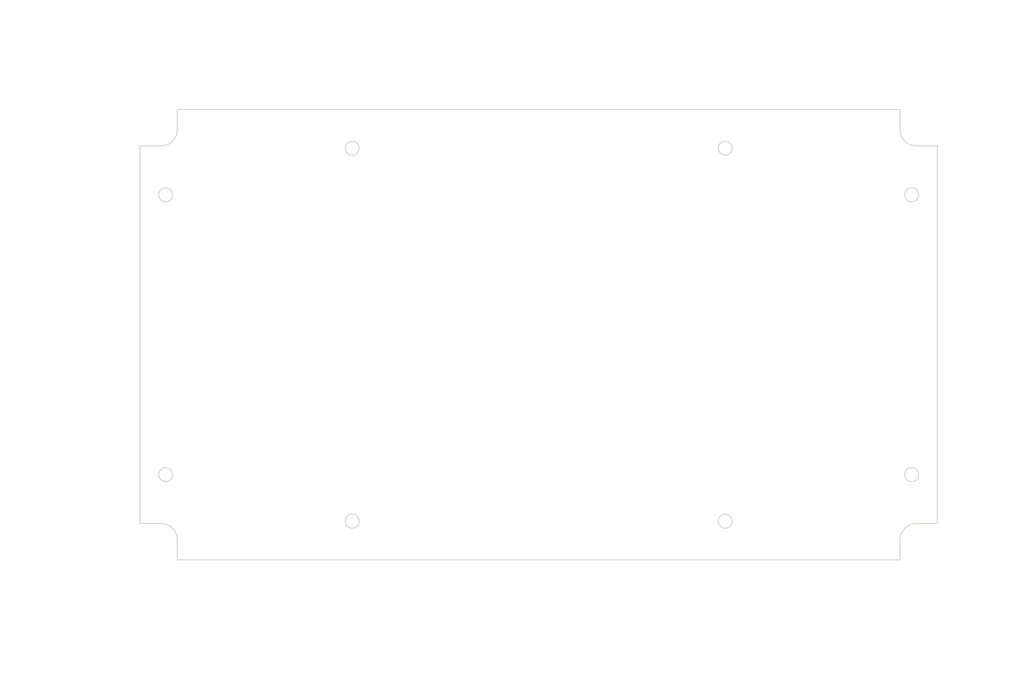
<source format=kicad_pcb>
(kicad_pcb (version 20171130) (host pcbnew "(5.1.0)-1")

  (general
    (thickness 1.6)
    (drawings 89)
    (tracks 0)
    (zones 0)
    (modules 0)
    (nets 1)
  )

  (page A4)
  (layers
    (0 F.Cu signal)
    (31 B.Cu signal)
    (32 B.Adhes user)
    (33 F.Adhes user)
    (34 B.Paste user)
    (35 F.Paste user)
    (36 B.SilkS user)
    (37 F.SilkS user)
    (38 B.Mask user)
    (39 F.Mask user)
    (40 Dwgs.User user)
    (41 Cmts.User user)
    (42 Eco1.User user)
    (43 Eco2.User user)
    (44 Edge.Cuts user)
    (45 Margin user)
    (46 B.CrtYd user)
    (47 F.CrtYd user)
    (48 B.Fab user)
    (49 F.Fab user)
  )

  (setup
    (last_trace_width 0.25)
    (trace_clearance 0.2)
    (zone_clearance 0.508)
    (zone_45_only no)
    (trace_min 0.2)
    (via_size 0.8)
    (via_drill 0.4)
    (via_min_size 0.4)
    (via_min_drill 0.3)
    (uvia_size 0.3)
    (uvia_drill 0.1)
    (uvias_allowed no)
    (uvia_min_size 0.2)
    (uvia_min_drill 0.1)
    (edge_width 0.05)
    (segment_width 0.2)
    (pcb_text_width 0.3)
    (pcb_text_size 1.5 1.5)
    (mod_edge_width 0.12)
    (mod_text_size 1 1)
    (mod_text_width 0.15)
    (pad_size 1.524 1.524)
    (pad_drill 0.762)
    (pad_to_mask_clearance 0.051)
    (solder_mask_min_width 0.25)
    (aux_axis_origin 0 0)
    (visible_elements FFFFFF7F)
    (pcbplotparams
      (layerselection 0x010fc_ffffffff)
      (usegerberextensions false)
      (usegerberattributes false)
      (usegerberadvancedattributes false)
      (creategerberjobfile false)
      (excludeedgelayer true)
      (linewidth 0.152400)
      (plotframeref false)
      (viasonmask false)
      (mode 1)
      (useauxorigin false)
      (hpglpennumber 1)
      (hpglpenspeed 20)
      (hpglpendiameter 15.000000)
      (psnegative false)
      (psa4output false)
      (plotreference true)
      (plotvalue true)
      (plotinvisibletext false)
      (padsonsilk false)
      (subtractmaskfromsilk false)
      (outputformat 1)
      (mirror false)
      (drillshape 1)
      (scaleselection 1)
      (outputdirectory ""))
  )

  (net 0 "")

  (net_class Default "This is the default net class."
    (clearance 0.2)
    (trace_width 0.25)
    (via_dia 0.8)
    (via_drill 0.4)
    (uvia_dia 0.3)
    (uvia_drill 0.1)
  )

  (gr_line (start 69.894472 128.035202) (end 69.894472 47.035202) (layer Edge.Cuts) (width 0.2))
  (gr_line (start 77.885011 135.825741) (end 232.885011 135.825741) (layer Edge.Cuts) (width 0.2))
  (gr_line (start 77.885011 135.825741) (end 77.885011 131.535202) (layer Edge.Cuts) (width 0.2))
  (gr_arc (start 74.385011 131.535202) (end 77.885011 131.535202) (angle -90) (layer Edge.Cuts) (width 0.2))
  (gr_line (start 74.385011 128.035202) (end 69.894472 128.035202) (layer Edge.Cuts) (width 0.2))
  (gr_circle (center 75.385011 117.535202) (end 76.885011 117.535202) (layer Edge.Cuts) (width 0.2))
  (gr_circle (center 115.385011 127.535202) (end 116.885011 127.535202) (layer Edge.Cuts) (width 0.2))
  (gr_line (start 232.885011 39.244662) (end 77.885011 39.244662) (layer Edge.Cuts) (width 0.2))
  (gr_line (start 77.885011 39.244662) (end 77.885011 43.535202) (layer Edge.Cuts) (width 0.2))
  (gr_arc (start 74.385011 43.535202) (end 74.385011 47.035202) (angle -90) (layer Edge.Cuts) (width 0.2))
  (gr_line (start 74.385011 47.035202) (end 69.894472 47.035202) (layer Edge.Cuts) (width 0.2))
  (gr_circle (center 75.385011 57.535202) (end 76.885011 57.535202) (layer Edge.Cuts) (width 0.2))
  (gr_circle (center 115.385011 47.535202) (end 116.885011 47.535202) (layer Edge.Cuts) (width 0.2))
  (gr_line (start 240.875551 128.035202) (end 240.875551 47.035202) (layer Edge.Cuts) (width 0.2))
  (gr_line (start 232.885011 135.825741) (end 232.885011 131.535202) (layer Edge.Cuts) (width 0.2))
  (gr_arc (start 236.385011 131.535202) (end 236.385011 128.035202) (angle -90) (layer Edge.Cuts) (width 0.2))
  (gr_line (start 236.385011 128.035202) (end 240.875551 128.035202) (layer Edge.Cuts) (width 0.2))
  (gr_circle (center 235.385011 117.535202) (end 236.885011 117.535202) (layer Edge.Cuts) (width 0.2))
  (gr_circle (center 195.385011 127.535202) (end 196.885011 127.535202) (layer Edge.Cuts) (width 0.2))
  (gr_line (start 232.885011 39.244662) (end 232.885011 43.535202) (layer Edge.Cuts) (width 0.2))
  (gr_arc (start 236.385011 43.535202) (end 232.885011 43.535202) (angle -90) (layer Edge.Cuts) (width 0.2))
  (gr_line (start 236.385011 47.035202) (end 240.875551 47.035202) (layer Edge.Cuts) (width 0.2))
  (gr_circle (center 235.385011 57.535202) (end 236.885011 57.535202) (layer Edge.Cuts) (width 0.2))
  (gr_circle (center 195.385011 47.535202) (end 196.885011 47.535202) (layer Edge.Cuts) (width 0.2))
  (gr_text [3.15] (at 255.441445 89.424663) (layer Dwgs.User)
    (effects (font (size 1.7 1.53) (thickness 0.2125)))
  )
  (gr_text " 80.00" (at 255.441445 85.867227) (layer Dwgs.User)
    (effects (font (size 1.7 1.53) (thickness 0.2125)))
  )
  (gr_line (start 255.441445 49.535202) (end 255.441445 83.977766) (layer Dwgs.User) (width 0.2))
  (gr_line (start 255.441445 125.535202) (end 255.441445 91.092637) (layer Dwgs.User) (width 0.2))
  (gr_line (start 196.385011 47.535202) (end 258.616445 47.535202) (layer Dwgs.User) (width 0.2))
  (gr_line (start 196.385011 127.535202) (end 258.616445 127.535202) (layer Dwgs.User) (width 0.2))
  (gr_text [2.36] (at 245.385011 89.424663) (layer Dwgs.User)
    (effects (font (size 1.7 1.53) (thickness 0.2125)))
  )
  (gr_text " 60.00" (at 245.385011 85.867227) (layer Dwgs.User)
    (effects (font (size 1.7 1.53) (thickness 0.2125)))
  )
  (gr_line (start 245.385011 115.535202) (end 245.385011 91.092637) (layer Dwgs.User) (width 0.2))
  (gr_line (start 245.385011 59.535202) (end 245.385011 83.977766) (layer Dwgs.User) (width 0.2))
  (gr_line (start 236.385011 117.535202) (end 248.560011 117.535202) (layer Dwgs.User) (width 0.2))
  (gr_line (start 236.385011 57.535202) (end 248.560011 57.535202) (layer Dwgs.User) (width 0.2))
  (gr_text [3.15] (at 155.385011 150.666605) (layer Dwgs.User)
    (effects (font (size 1.7 1.53) (thickness 0.2125)))
  )
  (gr_text " 80.00" (at 155.385011 147.10917) (layer Dwgs.User)
    (effects (font (size 1.7 1.53) (thickness 0.2125)))
  )
  (gr_line (start 193.385011 148.777144) (end 159.429623 148.777144) (layer Dwgs.User) (width 0.2))
  (gr_line (start 117.385011 148.777144) (end 151.3404 148.777144) (layer Dwgs.User) (width 0.2))
  (gr_line (start 195.385011 128.535202) (end 195.385011 151.952144) (layer Dwgs.User) (width 0.2))
  (gr_line (start 115.385011 128.535202) (end 115.385011 151.952144) (layer Dwgs.User) (width 0.2))
  (gr_text [1.57] (at 95.385011 151.90162) (layer Dwgs.User)
    (effects (font (size 1.7 1.53) (thickness 0.2125)))
  )
  (gr_text " 40.00" (at 95.385011 148.344185) (layer Dwgs.User)
    (effects (font (size 1.7 1.53) (thickness 0.2125)))
  )
  (gr_line (start 113.385011 150.012159) (end 99.429623 150.012159) (layer Dwgs.User) (width 0.2))
  (gr_line (start 77.385011 150.012159) (end 91.3404 150.012159) (layer Dwgs.User) (width 0.2))
  (gr_line (start 115.385011 128.535202) (end 115.385011 153.187159) (layer Dwgs.User) (width 0.2))
  (gr_line (start 75.385011 118.535202) (end 75.385011 153.187159) (layer Dwgs.User) (width 0.2))
  (gr_text [6.30] (at 155.385011 161.75188) (layer Dwgs.User)
    (effects (font (size 1.7 1.53) (thickness 0.2125)))
  )
  (gr_text " 160.00" (at 155.385011 158.194445) (layer Dwgs.User)
    (effects (font (size 1.7 1.53) (thickness 0.2125)))
  )
  (gr_line (start 233.385011 159.862419) (end 160.090025 159.862419) (layer Dwgs.User) (width 0.2))
  (gr_line (start 77.385011 159.862419) (end 150.679998 159.862419) (layer Dwgs.User) (width 0.2))
  (gr_line (start 235.385011 118.535202) (end 235.385011 163.037419) (layer Dwgs.User) (width 0.2))
  (gr_line (start 75.385011 118.535202) (end 75.385011 163.037419) (layer Dwgs.User) (width 0.2))
  (gr_text [.72] (at 82.421524 142.841685) (layer Dwgs.User)
    (effects (font (size 1.7 1.53) (thickness 0.2125)))
  )
  (gr_text " 18.29" (at 82.421524 139.284249) (layer Dwgs.User)
    (effects (font (size 1.7 1.53) (thickness 0.2125)))
  )
  (gr_line (start 88.470774 140.952224) (end 86.470774 140.952224) (layer Dwgs.User) (width 0.2))
  (gr_line (start 88.470774 135.825741) (end 88.470774 140.952224) (layer Dwgs.User) (width 0.2))
  (gr_line (start 88.470774 119.535202) (end 88.470774 133.825741) (layer Dwgs.User) (width 0.2))
  (gr_line (start 76.385011 117.535202) (end 91.645774 117.535202) (layer Dwgs.User) (width 0.2))
  (gr_text [.22] (at 62.029037 111.46121) (layer Dwgs.User)
    (effects (font (size 1.7 1.53) (thickness 0.2125)))
  )
  (gr_text " 5.49" (at 62.029037 107.903775) (layer Dwgs.User)
    (effects (font (size 1.7 1.53) (thickness 0.2125)))
  )
  (gr_line (start 67.894472 109.571749) (end 65.417885 109.571749) (layer Dwgs.User) (width 0.2))
  (gr_line (start 77.385011 109.571749) (end 79.385011 109.571749) (layer Dwgs.User) (width 0.2))
  (gr_line (start 75.385011 116.535202) (end 75.385011 106.396749) (layer Dwgs.User) (width 0.2))
  (gr_text [6.73] (at 151.165262 20.924663) (layer Dwgs.User)
    (effects (font (size 1.7 1.53) (thickness 0.2125)))
  )
  (gr_text " 170.98" (at 151.165262 17.367227) (layer Dwgs.User)
    (effects (font (size 1.7 1.53) (thickness 0.2125)))
  )
  (gr_line (start 238.875551 19.035202) (end 155.874915 19.035202) (layer Dwgs.User) (width 0.2))
  (gr_line (start 71.894472 19.035202) (end 146.45561 19.035202) (layer Dwgs.User) (width 0.2))
  (gr_line (start 240.875551 46.035202) (end 240.875551 15.860202) (layer Dwgs.User) (width 0.2))
  (gr_line (start 69.894472 46.035202) (end 69.894472 15.860202) (layer Dwgs.User) (width 0.2))
  (gr_text [6.10] (at 151.080865 32.034041) (layer Dwgs.User)
    (effects (font (size 1.7 1.53) (thickness 0.2125)))
  )
  (gr_text " 155.00" (at 151.080865 28.476605) (layer Dwgs.User)
    (effects (font (size 1.7 1.53) (thickness 0.2125)))
  )
  (gr_line (start 79.885011 30.144579) (end 146.375852 30.144579) (layer Dwgs.User) (width 0.2))
  (gr_line (start 230.885011 30.144579) (end 155.785879 30.144579) (layer Dwgs.User) (width 0.2))
  (gr_line (start 77.885011 38.244662) (end 77.885011 26.969579) (layer Dwgs.User) (width 0.2))
  (gr_line (start 232.885011 38.244662) (end 232.885011 26.969579) (layer Dwgs.User) (width 0.2))
  (gr_text [3.19] (at 57.201304 89.424663) (layer Dwgs.User)
    (effects (font (size 1.7 1.53) (thickness 0.2125)))
  )
  (gr_text " 81.00" (at 57.201304 85.867227) (layer Dwgs.User)
    (effects (font (size 1.7 1.53) (thickness 0.2125)))
  )
  (gr_line (start 57.201304 49.035202) (end 57.201304 83.977766) (layer Dwgs.User) (width 0.2))
  (gr_line (start 57.201304 126.035202) (end 57.201304 91.092637) (layer Dwgs.User) (width 0.2))
  (gr_line (start 68.894472 47.035202) (end 54.026304 47.035202) (layer Dwgs.User) (width 0.2))
  (gr_line (start 68.894472 128.035202) (end 54.026304 128.035202) (layer Dwgs.User) (width 0.2))
  (gr_text [3.80] (at 43.885011 89.424663) (layer Dwgs.User)
    (effects (font (size 1.7 1.53) (thickness 0.2125)))
  )
  (gr_text " 96.58" (at 43.885011 85.867227) (layer Dwgs.User)
    (effects (font (size 1.7 1.53) (thickness 0.2125)))
  )
  (gr_line (start 43.885011 133.825741) (end 43.885011 91.092637) (layer Dwgs.User) (width 0.2))
  (gr_line (start 43.885011 41.244662) (end 43.885011 83.977766) (layer Dwgs.User) (width 0.2))
  (gr_line (start 76.885011 135.825741) (end 40.710011 135.825741) (layer Dwgs.User) (width 0.2))
  (gr_line (start 76.885011 39.244662) (end 40.710011 39.244662) (layer Dwgs.User) (width 0.2))

)

</source>
